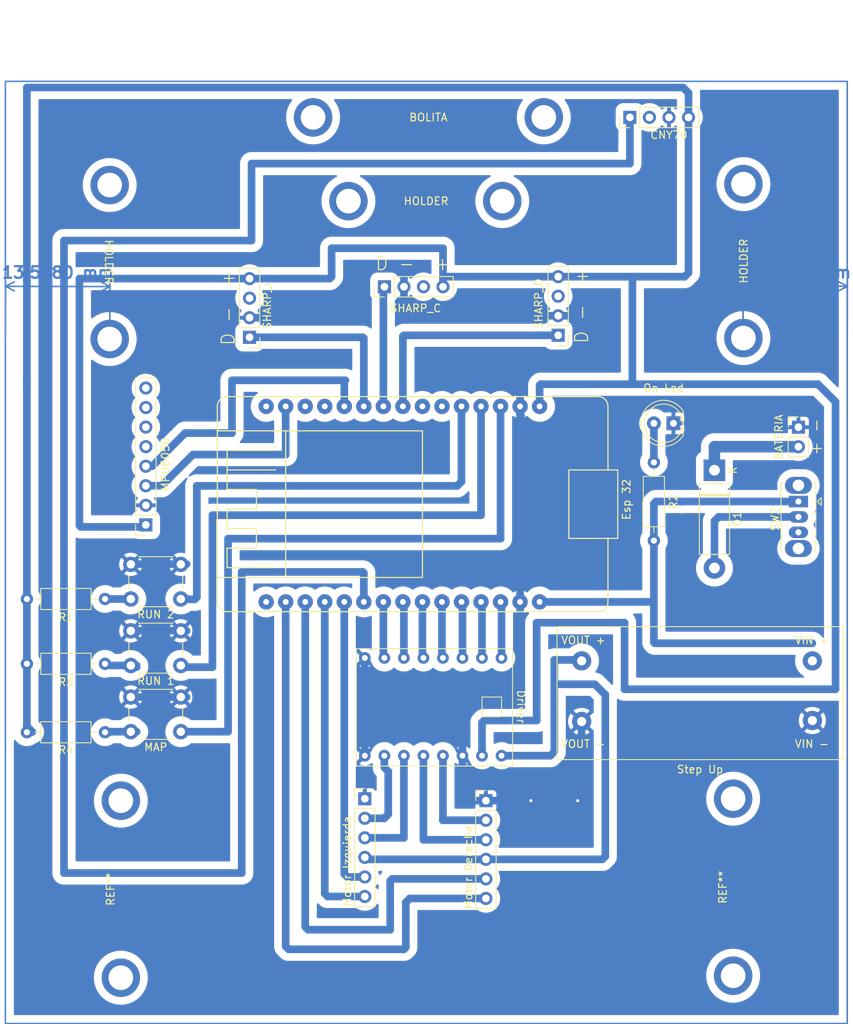
<source format=kicad_pcb>
(kicad_pcb (version 20211014) (generator pcbnew)
  (layers (0 "F.Cu" signal) (31 "B.Cu" signal) (34 "B.Paste" user) (35 "F.Paste" user) (36 "B.SilkS" user "B.Silkscreen") (37 "F.SilkS" user "F.Silkscreen") (38 "B.Mask" user) (39 "F.Mask" user) (44 "Edge.Cuts" user))
  (net 0 "")
  (net 5 "Net-(D1-Pad1)")
  (net 6 "Net-(D1-Pad2)")
  (net 7 "GND")
  (net 8 "Net-(D4-Pad2)")
  (net 9 "/Out_a_d")
  (net 10 "/Out_b_d")
  (net 11 "/VOUT")
  (net 12 "/MD_1")
  (net 13 "/MD_2")
  (net 14 "/Out_a_i")
  (net 15 "/Out_b_i")
  (net 16 "/MI_1")
  (net 17 "/MI_2")
  (net 18 "/SHARP_D")
  (net 20 "/3,3v")
  (net 21 "/SHARP_I")
  (net 23 "/CNY70")
  (net 25 "/SHARP_A")
  (net 27 "/SCL")
  (net 28 "/SDA")
  (net 33 "/BTN_MAP")
  (net 34 "/BTN_RUN_2")
  (net 35 "/BTN_RUN_1")
  (net 36 "/Vin")
  (net 38 "/PWMB")
  (net 39 "/BIN2")
  (net 40 "/BIN1")
  (net 41 "/STBY")
  (net 42 "/AIN1")
  (net 43 "/AIN2")
  (net 44 "/PWMA")
  (footprint "propios:MT3608" (layer "F.Cu") (at 155.9245 97.536 -90)
    (fp_text reference "Step Up" (at 10.16 18.6055 unlocked) (layer "F.SilkS"))
    (fp_text value "Mt3608")
    (fp_text user "VIN +" (at -6.604 4.064 unlocked) (layer "F.SilkS"))
    (fp_text user "VOUT -" (at 6.858 33.782 unlocked) (layer "F.SilkS"))
    (fp_text user "VIN -" (at 6.858 4.064 unlocked) (layer "F.SilkS"))
    (fp_text user "VOUT +" (at -6.604 33.782 unlocked) (layer "F.SilkS"))
    (fp_rect (start -8.382 0) (end 8.89 37.211) (layer "F.SilkS") (width 0.12) (fill none))
    (pad "1" thru_hole circle (at -3.937085 4 270) (size 2.5 2.5) (drill 1.2) (layers *.Cu *.Mask) (net 36 "/Vin"))
    (pad "2" thru_hole circle (at -3.937085 34 270) (size 2.5 2.5) (drill 1.2) (layers *.Cu *.Mask) (net 11 "/VOUT"))
    (pad "3" thru_hole circle (at 3.81 4 270) (size 2.5 2.5) (drill 1.2) (layers *.Cu *.Mask) (net 7 "GND"))
    (pad "4" thru_hole circle (at 3.937085 34 270) (size 2.5 2.5) (drill 1.2) (layers *.Cu *.Mask) (net 7 "GND"))
  )
  (footprint "Connector_PinHeader_2.54mm:PinHeader_1x02_P2.54mm_Vertical" (layer "F.Cu") (at 150.114 63.241)
    (fp_text reference "BATERIA" (at -2.54 1.275 90) (layer "F.SilkS"))
    (fp_text value "Conn_01x02_Male")
    (fp_line (start -1.33 3.87) (end 1.33 3.87) (layer "F.SilkS") (width 0.12))
    (fp_line (start 1.33 1.27) (end 1.33 3.87) (layer "F.SilkS") (width 0.12))
    (fp_line (start -1.33 0) (end -1.33 -1.33) (layer "F.SilkS") (width 0.12))
    (fp_line (start -1.33 -1.33) (end 0 -1.33) (layer "F.SilkS") (width 0.12))
    (fp_line (start -1.33 1.27) (end 1.33 1.27) (layer "F.SilkS") (width 0.12))
    (fp_line (start -1.33 1.27) (end -1.33 3.87) (layer "F.SilkS") (width 0.12))
    (pad "1" thru_hole rect (at 0 0) (size 1.7 1.7) (drill 1) (layers *.Cu *.Mask) (net 7 "GND"))
    (pad "2" thru_hole oval (at 0 2.54) (size 1.7 1.7) (drill 1) (layers *.Cu *.Mask) (net 5 "Net-(D1-Pad1)"))
  )
  (footprint "propios:tb6612fng" (layer "F.Cu") (at 116.588 100.838 -90)
    (fp_text reference "Driver" (at -1.27 2.542 -90 unlocked) (layer "F.SilkS"))
    (fp_text value "tb6612fng")
    (fp_rect (start -2.54 5.08) (end 0 7.62) (layer "F.SilkS") (width 0.12) (fill none))
    (fp_rect (start -8.82 3.65) (end 6.42 23.97) (layer "F.SilkS") (width 0.12) (fill none))
    (pad "1" thru_hole circle (at -7.62 5.08 270) (size 1.524 1.524) (drill 0.762) (layers *.Cu *.Mask) (net 44 "/PWMA"))
    (pad "2" thru_hole circle (at -7.62 7.62 270) (size 1.524 1.524) (drill 0.762) (layers *.Cu *.Mask) (net 43 "/AIN2"))
    (pad "3" thru_hole circle (at -7.62 10.16 270) (size 1.524 1.524) (drill 0.762) (layers *.Cu *.Mask) (net 42 "/AIN1"))
    (pad "4" thru_hole circle (at -7.62 12.7 270) (size 1.524 1.524) (drill 0.762) (layers *.Cu *.Mask) (net 41 "/STBY"))
    (pad "5" thru_hole circle (at -7.62 15.24 270) (size 1.524 1.524) (drill 0.762) (layers *.Cu *.Mask) (net 40 "/BIN1"))
    (pad "6" thru_hole circle (at -7.62 17.78 270) (size 1.524 1.524) (drill 0.762) (layers *.Cu *.Mask) (net 39 "/BIN2"))
    (pad "7" thru_hole circle (at -7.62 20.32 270) (size 1.524 1.524) (drill 0.762) (layers *.Cu *.Mask) (net 38 "/PWMB"))
    (pad "8" thru_hole circle (at -7.62 22.86 270) (size 1.524 1.524) (drill 0.762) (layers *.Cu *.Mask) (net 7 "GND"))
    (pad "9" thru_hole circle (at 5.08 22.86 270) (size 1.524 1.524) (drill 0.762) (layers *.Cu *.Mask) (net 7 "GND"))
    (pad "10" thru_hole circle (at 5.08 20.32 270) (size 1.524 1.524) (drill 0.762) (layers *.Cu *.Mask) (net 14 "/Out_a_i"))
    (pad "11" thru_hole circle (at 5.08 17.78 270) (size 1.524 1.524) (drill 0.762) (layers *.Cu *.Mask) (net 15 "/Out_b_i"))
    (pad "12" thru_hole circle (at 5.08 15.24 270) (size 1.524 1.524) (drill 0.762) (layers *.Cu *.Mask) (net 10 "/Out_b_d"))
    (pad "13" thru_hole circle (at 5.08 12.7 270) (size 1.524 1.524) (drill 0.762) (layers *.Cu *.Mask) (net 9 "/Out_a_d"))
    (pad "14" thru_hole circle (at 5.08 10.16 270) (size 1.524 1.524) (drill 0.762) (layers *.Cu *.Mask) (net 7 "GND"))
    (pad "15" thru_hole circle (at 5.08 7.62 270) (size 1.524 1.524) (drill 0.762) (layers *.Cu *.Mask) (net 20 "/3,3v"))
    (pad "16" thru_hole circle (at 5.08 5.08 270) (size 1.524 1.524) (drill 0.762) (layers *.Cu *.Mask) (net 11 "/VOUT"))
  )
  (footprint "Connector_PinSocket_2.54mm:PinSocket_1x08_P2.54mm_Vertical" (layer "F.Cu") (at 65.253 75.931 180)
    (fp_text reference "MPU6050" (at -2.54 7.869 90) (layer "F.SilkS"))
    (fp_text value "Conn_01x08_Female")
    (fp_line (start -1.33 19.11) (end 1.33 19.11) (layer "F.SilkS") (width 0.12))
    (fp_line (start -1.33 1.27) (end 1.33 1.27) (layer "F.SilkS") (width 0.12))
    (fp_line (start 1.33 1.27) (end 1.33 19.11) (layer "F.SilkS") (width 0.12))
    (fp_line (start -1.33 1.27) (end -1.33 19.11) (layer "F.SilkS") (width 0.12))
    (fp_line (start 0 -1.33) (end 1.33 -1.33) (layer "F.SilkS") (width 0.12))
    (fp_line (start 1.33 -1.33) (end 1.33 0) (layer "F.SilkS") (width 0.12))
    (pad "1" thru_hole rect (at 0 0 180) (size 1.7 1.7) (drill 1) (layers *.Cu *.Mask) (net 20 "/3,3v"))
    (pad "2" thru_hole oval (at 0 2.54 180) (size 1.7 1.7) (drill 1) (layers *.Cu *.Mask) (net 7 "GND"))
    (pad "3" thru_hole oval (at 0 5.08 180) (size 1.7 1.7) (drill 1) (layers *.Cu *.Mask) (net 27 "/SCL"))
    (pad "4" thru_hole oval (at 0 7.62 180) (size 1.7 1.7) (drill 1) (layers *.Cu *.Mask) (net 28 "/SDA"))
    (pad "5" thru_hole oval (at 0 10.16 180) (size 1.7 1.7) (drill 1) (layers *.Cu *.Mask))
    (pad "6" thru_hole oval (at 0 12.7 180) (size 1.7 1.7) (drill 1) (layers *.Cu *.Mask))
    (pad "7" thru_hole oval (at 0 15.24 180) (size 1.7 1.7) (drill 1) (layers *.Cu *.Mask))
    (pad "8" thru_hole oval (at 0 17.78 180) (size 1.7 1.7) (drill 1) (layers *.Cu *.Mask))
  )
  (footprint "LED_THT:LED_D5.0mm" (layer "F.Cu") (at 133.858 62.738 180)
    (fp_text reference "On Led" (at 1.27 4.572) (layer "F.SilkS"))
    (fp_text value "LED")
    (fp_line (start -1.29 -1.545) (end -1.29 1.545) (layer "F.SilkS") (width 0.12))
    (fp_arc (start -1.29 -1.54483) (mid 2.072002 -2.880433) (end 4.26 0.000462) (layer "F.SilkS") (width 0.12))
    (fp_arc (start 4.26 -0.000462) (mid 2.072002 2.880433) (end -1.29 1.54483) (layer "F.SilkS") (width 0.12))
    (fp_circle (center 1.27 0) (end 3.77 0) (layer "F.SilkS") (width 0.12) (fill none))
    (pad "1" thru_hole rect (at 0 0 180) (size 1.8 1.8) (drill 0.9) (layers *.Cu *.Mask) (net 7 "GND"))
    (pad "2" thru_hole circle (at 2.54 0 180) (size 1.8 1.8) (drill 0.9) (layers *.Cu *.Mask) (net 8 "Net-(D4-Pad2)"))
  )
  (footprint "Button_Switch_THT:SW_PUSH_6mm" (layer "F.Cu") (at 69.798 94.198 180)
    (fp_text reference "RUN 1" (at 3.25 -2) (layer "F.SilkS"))
    (fp_text value "SW_Push")
    (fp_line (start 1 5.5) (end 5.5 5.5) (layer "F.SilkS") (width 0.12))
    (fp_line (start 5.5 -1) (end 1 -1) (layer "F.SilkS") (width 0.12))
    (fp_line (start 6.75 3) (end 6.75 1.5) (layer "F.SilkS") (width 0.12))
    (fp_line (start -0.25 1.5) (end -0.25 3) (layer "F.SilkS") (width 0.12))
    (pad "1" thru_hole circle (at 0 0 270) (size 2 2) (drill 1.1) (layers *.Cu *.Mask) (net 35 "/BTN_RUN_1"))
    (pad "1" thru_hole circle (at 6.5 0 270) (size 2 2) (drill 1.1) (layers *.Cu *.Mask) (net 35 "/BTN_RUN_1"))
    (pad "2" thru_hole circle (at 6.5 4.5 270) (size 2 2) (drill 1.1) (layers *.Cu *.Mask) (net 7 "GND"))
    (pad "2" thru_hole circle (at 0 4.5 270) (size 2 2) (drill 1.1) (layers *.Cu *.Mask) (net 7 "GND"))
  )
  (footprint "Button_Switch_THT:SW_Slide_1P2T_CK_OS102011MS2Q" (layer "F.Cu") (at 150.114 72.898 -90)
    (fp_text reference "SW2" (at 2.286 3.048 90) (layer "F.SilkS"))
    (fp_text value "SW_DPDT_x2")
    (fp_line (start 0 -2.46) (end 0.5 -2.96) (layer "F.SilkS") (width 0.12))
    (fp_line (start -2.41 -2.26) (end 6.41 -2.26) (layer "F.SilkS") (width 0.12))
    (fp_line (start 0.5 -2.96) (end -0.5 -2.96) (layer "F.SilkS") (width 0.12))
    (fp_line (start -2.41 -1.95) (end -2.41 -2.26) (layer "F.SilkS") (width 0.12))
    (fp_line (start 6.41 -2.26) (end 6.41 -1.95) (layer "F.SilkS") (width 0.12))
    (fp_line (start -2.41 2.26) (end -2.41 1.95) (layer "F.SilkS") (width 0.12))
    (fp_line (start 6.41 2.26) (end -2.41 2.26) (layer "F.SilkS") (width 0.12))
    (fp_line (start -0.5 -2.96) (end 0 -2.46) (layer "F.SilkS") (width 0.12))
    (fp_line (start 6.41 2.26) (end 6.41 1.95) (layer "F.SilkS") (width 0.12))
    (pad "" thru_hole oval (at 6.1 0 270) (size 2.2 3.5) (drill 1.5) (layers *.Cu *.Mask))
    (pad "" thru_hole oval (at -2.1 0 270) (size 2.2 3.5) (drill 1.5) (layers *.Cu *.Mask))
    (pad "1" thru_hole rect (at 0 0 270) (size 1.5 2.5) (drill 0.8) (layers *.Cu *.Mask) (net 36 "/Vin"))
    (pad "2" thru_hole oval (at 2 0 270) (size 1.5 2.5) (drill 0.8) (layers *.Cu *.Mask) (net 6 "Net-(D1-Pad2)"))
    (pad "3" thru_hole oval (at 4 0 270) (size 1.5 2.5) (drill 0.8) (layers *.Cu *.Mask))
  )
  (footprint "Resistor_THT:R_Axial_DIN0207_L6.3mm_D2.5mm_P10.16mm_Horizontal" (layer "F.Cu") (at 131.318 77.978 90)
    (fp_text reference "R2" (at 5.08 2.54 90) (layer "F.SilkS"))
    (fp_text value "R")
    (fp_line (start 1.81 1.37) (end 8.35 1.37) (layer "F.SilkS") (width 0.12))
    (fp_line (start 9.12 0) (end 8.35 0) (layer "F.SilkS") (width 0.12))
    (fp_line (start 8.35 1.37) (end 8.35 -1.37) (layer "F.SilkS") (width 0.12))
    (fp_line (start 1.04 0) (end 1.81 0) (layer "F.SilkS") (width 0.12))
    (fp_line (start 1.81 -1.37) (end 1.81 1.37) (layer "F.SilkS") (width 0.12))
    (fp_line (start 8.35 -1.37) (end 1.81 -1.37) (layer "F.SilkS") (width 0.12))
    (pad "1" thru_hole circle (at 0 0 90) (size 1.6 1.6) (drill 0.8) (layers *.Cu *.Mask) (net 36 "/Vin"))
    (pad "2" thru_hole oval (at 10.16 0 90) (size 1.6 1.6) (drill 0.8) (layers *.Cu *.Mask) (net 8 "Net-(D4-Pad2)"))
  )
  (footprint "propios:BolitaHolder" (layer "F.Cu") (at 102 8)
    (fp_text reference "BOLITA" (at 0 15 unlocked) (layer "F.SilkS"))
    (fp_text value "BolitaHolder")
    (pad "1" thru_hole circle (at -15 15) (size 5 5) (drill 3.2) (layers *.Cu *.Mask))
    (pad "2" thru_hole circle (at 15 15) (size 5 5) (drill 3.2) (layers *.Cu *.Mask))
  )
  (footprint "Connector_PinHeader_2.54mm:PinHeader_1x04_P2.54mm_Vertical" (layer "F.Cu") (at 78.74 51.562 180)
    (fp_text reference "SHARP_I" (at -2.286 4.064 90) (layer "F.SilkS"))
    (fp_text value "Conn_01x04_Male")
    (fp_line (start -1.33 1.27) (end 1.33 1.27) (layer "F.SilkS") (width 0.12))
    (fp_line (start -1.33 0) (end -1.33 -1.33) (layer "F.SilkS") (width 0.12))
    (fp_line (start -1.33 -1.33) (end 0 -1.33) (layer "F.SilkS") (width 0.12))
    (fp_line (start 1.33 1.27) (end 1.33 8.95) (layer "F.SilkS") (width 0.12))
    (fp_line (start -1.33 8.95) (end 1.33 8.95) (layer "F.SilkS") (width 0.12))
    (fp_line (start -1.33 1.27) (end -1.33 8.95) (layer "F.SilkS") (width 0.12))
    (pad "1" thru_hole rect (at 0 0 180) (size 1.7 1.7) (drill 1) (layers *.Cu *.Mask) (net 21 "/SHARP_I"))
    (pad "2" thru_hole oval (at 0 2.54 180) (size 1.7 1.7) (drill 1) (layers *.Cu *.Mask) (net 7 "GND"))
    (pad "3" thru_hole oval (at 0 5.08 180) (size 1.7 1.7) (drill 1) (layers *.Cu *.Mask))
    (pad "4" thru_hole oval (at 0 7.62 180) (size 1.7 1.7) (drill 1) (layers *.Cu *.Mask) (net 20 "/3,3v"))
  )
  (footprint "Connector_PinHeader_2.54mm:PinHeader_1x06_P2.54mm_Vertical" (layer "F.Cu") (at 93.726 111.506)
    (fp_text reference "Motor Izquierda" (at -2.286 8.128 90) (layer "F.SilkS"))
    (fp_text value "Conn_01x06_Male")
    (fp_line (start -1.33 1.27) (end -1.33 14.03) (layer "F.SilkS") (width 0.12))
    (fp_line (start -1.33 14.03) (end 1.33 14.03) (layer "F.SilkS") (width 0.12))
    (fp_line (start -1.33 1.27) (end 1.33 1.27) (layer "F.SilkS") (width 0.12))
    (fp_line (start -1.33 -1.33) (end 0 -1.33) (layer "F.SilkS") (width 0.12))
    (fp_line (start 1.33 1.27) (end 1.33 14.03) (layer "F.SilkS") (width 0.12))
    (fp_line (start -1.33 0) (end -1.33 -1.33) (layer "F.SilkS") (width 0.12))
    (pad "1" thru_hole rect (at 0 0) (size 1.7 1.7) (drill 1) (layers *.Cu *.Mask) (net 7 "GND"))
    (pad "2" thru_hole oval (at 0 2.54) (size 1.7 1.7) (drill 1) (layers *.Cu *.Mask) (net 14 "/Out_a_i"))
    (pad "3" thru_hole oval (at 0 5.08) (size 1.7 1.7) (drill 1) (layers *.Cu *.Mask) (net 15 "/Out_b_i"))
    (pad "4" thru_hole oval (at 0 7.62) (size 1.7 1.7) (drill 1) (layers *.Cu *.Mask) (net 11 "/VOUT"))
    (pad "5" thru_hole oval (at 0 10.16) (size 1.7 1.7) (drill 1) (layers *.Cu *.Mask) (net 16 "/MI_1"))
    (pad "6" thru_hole oval (at 0 12.7) (size 1.7 1.7) (drill 1) (layers *.Cu *.Mask) (net 17 "/MI_2"))
  )
  (footprint "Resistor_THT:R_Axial_DIN0207_L6.3mm_D2.5mm_P10.16mm_Horizontal" (layer "F.Cu") (at 59.944 93.98 180)
    (fp_text reference "R3" (at 5.08 -2.37) (layer "F.SilkS"))
    (fp_text value "R")
    (fp_line (start 8.35 -1.37) (end 1.81 -1.37) (layer "F.SilkS") (width 0.12))
    (fp_line (start 1.81 1.37) (end 8.35 1.37) (layer "F.SilkS") (width 0.12))
    (fp_line (start 1.04 0) (end 1.81 0) (layer "F.SilkS") (width 0.12))
    (fp_line (start 8.35 1.37) (end 8.35 -1.37) (layer "F.SilkS") (width 0.12))
    (fp_line (start 1.81 -1.37) (end 1.81 1.37) (layer "F.SilkS") (width 0.12))
    (fp_line (start 9.12 0) (end 8.35 0) (layer "F.SilkS") (width 0.12))
    (pad "1" thru_hole circle (at 0 0 180) (size 1.6 1.6) (drill 0.8) (layers *.Cu *.Mask) (net 35 "/BTN_RUN_1"))
    (pad "2" thru_hole oval (at 10.16 0 180) (size 1.6 1.6) (drill 0.8) (layers *.Cu *.Mask) (net 20 "/3,3v"))
  )
  (footprint "Connector_PinHeader_2.54mm:PinHeader_1x06_P2.54mm_Vertical" (layer "F.Cu") (at 109.474 111.76)
    (fp_text reference "Motor Derecha" (at -2.286 8.636 90) (layer "F.SilkS"))
    (fp_text value "Conn_01x06_Male")
    (fp_line (start 1.33 1.27) (end 1.33 14.03) (layer "F.SilkS") (width 0.12))
    (fp_line (start -1.33 0) (end -1.33 -1.33) (layer "F.SilkS") (width 0.12))
    (fp_line (start -1.33 14.03) (end 1.33 14.03) (layer "F.SilkS") (width 0.12))
    (fp_line (start -1.33 -1.33) (end 0 -1.33) (layer "F.SilkS") (width 0.12))
    (fp_line (start -1.33 1.27) (end -1.33 14.03) (layer "F.SilkS") (width 0.12))
    (fp_line (start -1.33 1.27) (end 1.33 1.27) (layer "F.SilkS") (width 0.12))
    (pad "1" thru_hole rect (at 0 0) (size 1.7 1.7) (drill 1) (layers *.Cu *.Mask) (net 7 "GND"))
    (pad "2" thru_hole oval (at 0 2.54) (size 1.7 1.7) (drill 1) (layers *.Cu *.Mask) (net 9 "/Out_a_d"))
    (pad "3" thru_hole oval (at 0 5.08) (size 1.7 1.7) (drill 1) (layers *.Cu *.Mask) (net 10 "/Out_b_d"))
    (pad "4" thru_hole oval (at 0 7.62) (size 1.7 1.7) (drill 1) (layers *.Cu *.Mask) (net 11 "/VOUT"))
    (pad "5" thru_hole oval (at 0 10.16) (size 1.7 1.7) (drill 1) (layers *.Cu *.Mask) (net 12 "/MD_1"))
    (pad "6" thru_hole oval (at 0 12.7) (size 1.7 1.7) (drill 1) (layers *.Cu *.Mask) (net 13 "/MD_2"))
  )
  (footprint "propios:SharpHolder" (layer "F.Cu") (at 70.55 41.79 -90)
    (fp_text reference "HOLDER" (at 0 10.098 -90 unlocked) (layer "F.SilkS"))
    (fp_text value "SharpHolder")
    (pad "1" thru_hole circle (at -10 10 270) (size 5 5) (drill 3.2) (layers *.Cu *.Mask))
    (pad "2" thru_hole circle (at 10 10 270) (size 5 5) (drill 3.2) (layers *.Cu *.Mask))
  )
  (footprint "Button_Switch_THT:SW_PUSH_6mm" (layer "F.Cu") (at 69.798 85.562 180)
    (fp_text reference "RUN 2" (at 3.25 -2) (layer "F.SilkS"))
    (fp_text value "SW_Push")
    (fp_line (start 1 5.5) (end 5.5 5.5) (layer "F.SilkS") (width 0.12))
    (fp_line (start 5.5 -1) (end 1 -1) (layer "F.SilkS") (width 0.12))
    (fp_line (start 6.75 3) (end 6.75 1.5) (layer "F.SilkS") (width 0.12))
    (fp_line (start -0.25 1.5) (end -0.25 3) (layer "F.SilkS") (width 0.12))
    (pad "1" thru_hole circle (at 6.5 0 270) (size 2 2) (drill 1.1) (layers *.Cu *.Mask) (net 34 "/BTN_RUN_2"))
    (pad "1" thru_hole circle (at 0 0 270) (size 2 2) (drill 1.1) (layers *.Cu *.Mask) (net 34 "/BTN_RUN_2"))
    (pad "2" thru_hole circle (at 0 4.5 270) (size 2 2) (drill 1.1) (layers *.Cu *.Mask) (net 7 "GND"))
    (pad "2" thru_hole circle (at 6.5 4.5 270) (size 2 2) (drill 1.1) (layers *.Cu *.Mask) (net 7 "GND"))
  )
  (footprint "DOIT_ESP32:DOIT_ESP32_Devkit_mirko" (layer "F.Cu") (at 125.349 59.2695 -90)
    (fp_text reference "Esp 32" (at 13.3745 -2.413 90) (layer "F.SilkS"))
    (fp_text value "ESP32-Devkit-V1")
    (fp_line (start 4.445 24.13) (end 23.495 24.13) (layer "F.SilkS") (width 0.15))
    (fp_line (start 12.065 -1.27) (end 18.415 -1.27) (layer "F.SilkS") (width 0.15))
    (fp_line (start 19.685 45.72) (end 19.685 48.26) (layer "F.SilkS") (width 0.15))
    (fp_line (start 18.415 0) (end 26.67 0) (layer "F.SilkS") (width 0.15))
    (fp_line (start 12.065 49.53) (end 12.065 46.99) (layer "F.SilkS") (width 0.15))
    (fp_line (start 9.525 49.53) (end 9.525 43.18) (layer "F.SilkS") (width 0.15))
    (fp_line (start 9.525 49.53) (end 12.065 49.53) (layer "F.SilkS") (width 0.15))
    (fp_line (start 9.525 0) (end 1.27 0) (layer "F.SilkS") (width 0.15))
    (fp_line (start 27.94 1.27) (end 27.94 49.53) (layer "F.SilkS") (width 0.15))
    (fp_line (start 23.495 41.91) (end 4.445 41.91) (layer "F.SilkS") (width 0.15))
    (fp_line (start 18.415 -1.27) (end 18.415 2.54) (layer "F.SilkS") (width 0.15))
    (fp_line (start 23.495 24.13) (end 23.495 50.8) (layer "F.SilkS") (width 0.15))
    (fp_line (start 1.27 50.8) (end 26.67 50.8) (layer "F.SilkS") (width 0.15))
    (fp_line (start 9.525 -1.27) (end 9.525 5.08) (layer "F.SilkS") (width 0.15))
    (fp_line (start 10.795 -1.27) (end 9.525 -1.27) (layer "F.SilkS") (width 0.15))
    (fp_line (start 12.065 46.99) (end 12.065 45.72) (layer "F.SilkS") (width 0.15))
    (fp_line (start 6.985 49.53) (end 9.525 49.53) (layer "F.SilkS") (width 0.15))
    (fp_line (start 12.065 -1.27) (end 10.795 -1.27) (layer "F.SilkS") (width 0.15))
    (fp_line (start 12.065 45.72) (end 14.605 45.72) (layer "F.SilkS") (width 0.15))
    (fp_line (start 9.525 5.08) (end 10.795 5.08) (layer "F.SilkS") (width 0.15))
    (fp_line (start 4.445 50.8) (end 4.445 24.13) (layer "F.SilkS") (width 0.15))
    (fp_line (start 18.415 3.81) (end 18.415 2.54) (layer "F.SilkS") (width 0.15))
    (fp_line (start 19.685 48.26) (end 19.685 49.53) (layer "F.SilkS") (width 0.15))
    (fp_line (start 18.415 3.81) (end 18.415 5.08) (layer "F.SilkS") (width 0.15))
    (fp_line (start 17.145 49.53) (end 17.145 45.72) (layer "F.SilkS") (width 0.15))
    (fp_line (start 22.225 49.53) (end 22.225 43.18) (layer "F.SilkS") (width 0.15))
    (fp_line (start 18.415 5.08) (end 10.795 5.08) (layer "F.SilkS") (width 0.15))
    (fp_line (start 6.985 43.18) (end 6.985 49.53) (layer "F.SilkS") (width 0.15))
    (fp_line (start 19.685 49.53) (end 22.225 49.53) (layer "F.SilkS") (width 0.15))
    (fp_line (start 14.605 45.72) (end 14.605 49.53) (layer "F.SilkS") (width 0.15))
    (fp_line (start 14.605 49.53) (end 17.145 49.53) (layer "F.SilkS") (width 0.15))
    (fp_line (start 17.145 45.72) (end 19.685 45.72) (layer "F.SilkS") (width 0.15))
    (fp_line (start 0 49.53) (end 0 1.27) (layer "F.SilkS") (width 0.15))
    (fp_arc (start 27.94 49.53) (mid 27.568026 50.428026) (end 26.67 50.8) (layer "F.SilkS") (width 0.15))
    (fp_arc (start 26.67 0) (mid 27.568026 0.371974) (end 27.94 1.27) (layer "F.SilkS") (width 0.15))
    (fp_arc (start 1.27 50.8) (mid 0.371974 50.428026) (end 0 49.53) (layer "F.SilkS") (width 0.15))
    (fp_arc (start 0 1.27) (mid 0.371974 0.371974) (end 1.27 0) (layer "F.SilkS") (width 0.15))
    (pad "1" thru_hole circle locked (at 26.67 8.89 270) (size 2 2) (drill 0.762) (layers *.Cu *.Mask) (net 36 "/Vin"))
    (pad "2" thru_hole circle locked (at 26.67 11.43 270) (size 2 2) (drill 0.762) (layers *.Cu *.Mask) (net 7 "GND"))
    (pad "3" thru_hole circle locked (at 26.67 13.97 270) (size 2 2) (drill 0.762) (layers *.Cu *.Mask) (net 44 "/PWMA"))
    (pad "4" thru_hole circle locked (at 26.67 16.51 270) (size 2 2) (drill 0.762) (layers *.Cu *.Mask) (net 43 "/AIN2"))
    (pad "5" thru_hole circle locked (at 26.67 19.05 270) (size 2 2) (drill 0.762) (layers *.Cu *.Mask) (net 42 "/AIN1"))
    (pad "6" thru_hole circle locked (at 26.67 21.59 270) (size 2 2) (drill 0.762) (layers *.Cu *.Mask) (net 41 "/STBY"))
    (pad "7" thru_hole circle locked (at 26.67 24.13 270) (size 2 2) (drill 0.762) (layers *.Cu *.Mask) (net 40 "/BIN1"))
    (pad "8" thru_hole circle locked (at 26.67 26.67 270) (size 2 2) (drill 0.762) (layers *.Cu *.Mask) (net 39 "/BIN2"))
    (pad "9" thru_hole circle locked (at 26.67 29.21 270) (size 2 2) (drill 0.762) (layers *.Cu *.Mask) (net 38 "/PWMB"))
    (pad "10" thru_hole circle locked (at 26.67 31.75 270) (size 2 2) (drill 0.762) (layers *.Cu *.Mask) (net 23 "/CNY70"))
    (pad "11" thru_hole circle locked (at 26.67 34.29 270) (size 2 2) (drill 0.762) (layers *.Cu *.Mask) (net 16 "/MI_1"))
    (pad "12" thru_hole circle locked (at 26.67 36.83 270) (size 2 2) (drill 0.762) (layers *.Cu *.Mask) (net 17 "/MI_2"))
    (pad "13" thru_hole circle locked (at 26.67 39.37 270) (size 2 2) (drill 0.762) (layers *.Cu *.Mask) (net 12 "/MD_1"))
    (pad "14" thru_hole circle locked (at 26.67 41.91 270) (size 2 2) (drill 0.762) (layers *.Cu *.Mask) (net 13 "/MD_2"))
    (pad "15" thru_hole circle locked (at 26.67 44.45 270) (size 2 2) (drill 0.762) (layers *.Cu *.Mask))
    (pad "16" thru_hole circle locked (at 1.27 44.45 270) (size 2 2) (drill 0.762) (layers *.Cu *.Mask))
    (pad "17" thru_hole circle locked (at 1.27 41.91 270) (size 2 2) (drill 0.762) (layers *.Cu *.Mask) (net 27 "/SCL"))
    (pad "18" thru_hole circle locked (at 1.27 39.37 270) (size 2 2) (drill 0.762) (layers *.Cu *.Mask))
    (pad "19" thru_hole circle locked (at 1.27 36.83 270) (size 2 2) (drill 0.762) (layers *.Cu *.Mask))
    (pad "20" thru_hole circle locked (at 1.27 34.29 270) (size 2 2) (drill 0.762) (layers *.Cu *.Mask) (net 28 "/SDA"))
    (pad "21" thru_hole circle locked (at 1.27 31.75 270) (size 2 2) (drill 0.762) (layers *.Cu *.Mask) (net 21 "/SHARP_I"))
    (pad "22" thru_hole circle locked (at 1.27 29.21 270) (size 2 2) (drill 0.762) (layers *.Cu *.Mask) (net 25 "/SHARP_A"))
    (pad "23" thru_hole circle locked (at 1.27 26.67 270) (size 2 2) (drill 0.762) (layers *.Cu *.Mask) (net 18 "/SHARP_D"))
    (pad "24" thru_hole circle locked (at 1.27 24.13 270) (size 2 2) (drill 0.762) (layers *.Cu *.Mask))
    (pad "25" thru_hole circle locked (at 1.27 21.59 270) (size 2 2) (drill 0.762) (layers *.Cu *.Mask))
    (pad "26" thru_hole circle locked (at 1.27 19.05 270) (size 2 2) (drill 0.762) (layers *.Cu *.Mask) (net 34 "/BTN_RUN_2"))
    (pad "27" thru_hole circle locked (at 1.27 16.51 270) (size 2 2) (drill 0.762) (layers *.Cu *.Mask) (net 35 "/BTN_RUN_1"))
    (pad "28" thru_hole circle locked (at 1.27 13.97 270) (size 2 2) (drill 0.762) (layers *.Cu *.Mask) (net 33 "/BTN_MAP"))
    (pad "29" thru_hole circle locked (at 1.27 11.43 270) (size 2 2) (drill 0.762) (layers *.Cu *.Mask) (net 7 "GND"))
    (pad "30" thru_hole circle locked (at 1.27 8.89 270) (size 2 2) (drill 0.762) (layers *.Cu *.Mask) (net 20 "/3,3v"))
  )
  (footprint "Connector_PinHeader_2.54mm:PinHeader_1x04_P2.54mm_Vertical" (layer "F.Cu") (at 118.872 51.308 180)
    (fp_text reference "SHARP_D" (at 2.54 4.064 90) (layer "F.SilkS"))
    (fp_text value "Conn_01x04_Male")
    (fp_line (start -1.33 -1.33) (end 0 -1.33) (layer "F.SilkS") (width 0.12))
    (fp_line (start -1.33 8.95) (end 1.33 8.95) (layer "F.SilkS") (width 0.12))
    (fp_line (start -1.33 1.27) (end 1.33 1.27) (layer "F.SilkS") (width 0.12))
    (fp_line (start -1.33 1.27) (end -1.33 8.95) (layer "F.SilkS") (width 0.12))
    (fp_line (start 1.33 1.27) (end 1.33 8.95) (layer "F.SilkS") (width 0.12))
    (fp_line (start -1.33 0) (end -1.33 -1.33) (layer "F.SilkS") (width 0.12))
    (pad "1" thru_hole rect (at 0 0 180) (size 1.7 1.7) (drill 1) (layers *.Cu *.Mask) (net 18 "/SHARP_D"))
    (pad "2" thru_hole oval (at 0 2.54 180) (size 1.7 1.7) (drill 1) (layers *.Cu *.Mask) (net 7 "GND"))
    (pad "3" thru_hole oval (at 0 5.08 180) (size 1.7 1.7) (drill 1) (layers *.Cu *.Mask))
    (pad "4" thru_hole oval (at 0 7.62 180) (size 1.7 1.7) (drill 1) (layers *.Cu *.Mask) (net 20 "/3,3v"))
  )
  (footprint "propios:MotorHolder" (layer "F.Cu") (at 50.5 123.26 90)
    (fp_text reference "REF**" (at 0 10.16 90 unlocked) (layer "F.SilkS"))
    (fp_text value "MotorHolder")
    (pad "1" thru_hole circle (at -11.5 11.5 90) (size 5 5) (drill 3.2) (layers *.Cu *.Mask))
    (pad "2" thru_hole circle (at 11.5 11.5 90) (size 5 5) (drill 3.2) (layers *.Cu *.Mask))
  )
  (footprint "propios:MotorHolder" (layer "F.Cu") (at 130.125 123 90)
    (fp_text reference "REF**" (at 0 10.16 90 unlocked) (layer "F.SilkS"))
    (fp_text value "MotorHolder")
    (pad "1" thru_hole circle (at -11.5 11.5 90) (size 5 5) (drill 3.2) (layers *.Cu *.Mask))
    (pad "2" thru_hole circle (at 11.5 11.5 90) (size 5 5) (drill 3.2) (layers *.Cu *.Mask))
  )
  (footprint "Button_Switch_THT:SW_PUSH_6mm" (layer "F.Cu") (at 69.798 102.798 180)
    (fp_text reference "MAP" (at 3.25 -2) (layer "F.SilkS"))
    (fp_text value "SW_Push")
    (fp_line (start 5.5 -1) (end 1 -1) (layer "F.SilkS") (width 0.12))
    (fp_line (start -0.25 1.5) (end -0.25 3) (layer "F.SilkS") (width 0.12))
    (fp_line (start 6.75 3) (end 6.75 1.5) (layer "F.SilkS") (width 0.12))
    (fp_line (start 1 5.5) (end 5.5 5.5) (layer "F.SilkS") (width 0.12))
    (pad "1" thru_hole circle (at 0 0 270) (size 2 2) (drill 1.1) (layers *.Cu *.Mask) (net 33 "/BTN_MAP"))
    (pad "1" thru_hole circle (at 6.5 0 270) (size 2 2) (drill 1.1) (layers *.Cu *.Mask) (net 33 "/BTN_MAP"))
    (pad "2" thru_hole circle (at 6.5 4.5 270) (size 2 2) (drill 1.1) (layers *.Cu *.Mask) (net 7 "GND"))
    (pad "2" thru_hole circle (at 0 4.5 270) (size 2 2) (drill 1.1) (layers *.Cu *.Mask) (net 7 "GND"))
  )
  (footprint "propios:SharpHolder" (layer "F.Cu") (at 132.96 41.67 90)
    (fp_text reference "HOLDER" (at 0.014 10.042 90 unlocked) (layer "F.SilkS"))
    (fp_text value "SharpHolder")
    (pad "1" thru_hole circle (at -10 10 90) (size 5 5) (drill 3.2) (layers *.Cu *.Mask))
    (pad "2" thru_hole circle (at 10 10 90) (size 5 5) (drill 3.2) (layers *.Cu *.Mask))
  )
  (footprint "Connector_PinHeader_2.54mm:PinHeader_1x04_P2.54mm_Vertical" (layer "F.Cu") (at 128.2 23 90)
    (fp_text reference "CNY70" (at -2.286 5.07 180) (layer "F.SilkS"))
    (fp_text value "Conn_01x04_Male")
    (fp_line (start -1.33 8.95) (end 1.33 8.95) (layer "F.SilkS") (width 0.12))
    (fp_line (start -1.33 1.27) (end -1.33 8.95) (layer "F.SilkS") (width 0.12))
    (fp_line (start -1.33 -1.33) (end 0 -1.33) (layer "F.SilkS") (width 0.12))
    (fp_line (start 1.33 1.27) (end 1.33 8.95) (layer "F.SilkS") (width 0.12))
    (fp_line (start -1.33 0) (end -1.33 -1.33) (layer "F.SilkS") (width 0.12))
    (fp_line (start -1.33 1.27) (end 1.33 1.27) (layer "F.SilkS") (width 0.12))
    (pad "1" thru_hole rect (at 0 0 90) (size 1.7 1.7) (drill 1) (layers *.Cu *.Mask) (net 23 "/CNY70"))
    (pad "2" thru_hole oval (at 0 2.54 90) (size 1.7 1.7) (drill 1) (layers *.Cu *.Mask))
    (pad "3" thru_hole oval (at 0 5.08 90) (size 1.7 1.7) (drill 1) (layers *.Cu *.Mask) (net 7 "GND"))
    (pad "4" thru_hole oval (at 0 7.62 90) (size 1.7 1.7) (drill 1) (layers *.Cu *.Mask) (net 20 "/3,3v"))
  )
  (footprint "Resistor_THT:R_Axial_DIN0207_L6.3mm_D2.5mm_P10.16mm_Horizontal" (layer "F.Cu") (at 59.944 85.562 180)
    (fp_text reference "R1" (at 5.08 -2.37) (layer "F.SilkS"))
    (fp_text value "R")
    (fp_line (start 9.12 0) (end 8.35 0) (layer "F.SilkS") (width 0.12))
    (fp_line (start 1.04 0) (end 1.81 0) (layer "F.SilkS") (width 0.12))
    (fp_line (start 8.35 -1.37) (end 1.81 -1.37) (layer "F.SilkS") (width 0.12))
    (fp_line (start 8.35 1.37) (end 8.35 -1.37) (layer "F.SilkS") (width 0.12))
    (fp_line (start 1.81 -1.37) (end 1.81 1.37) (layer "F.SilkS") (width 0.12))
    (fp_line (start 1.81 1.37) (end 8.35 1.37) (layer "F.SilkS") (width 0.12))
    (pad "1" thru_hole circle (at 0 0 180) (size 1.6 1.6) (drill 0.8) (layers *.Cu *.Mask) (net 34 "/BTN_RUN_2"))
    (pad "2" thru_hole oval (at 10.16 0 180) (size 1.6 1.6) (drill 0.8) (layers *.Cu *.Mask) (net 20 "/3,3v"))
  )
  (footprint "Connector_PinHeader_2.54mm:PinHeader_1x04_P2.54mm_Vertical" (layer "F.Cu") (at 96.276 45 90)
    (fp_text reference "SHARP_C" (at -2.794 4.054 180) (layer "F.SilkS"))
    (fp_text value "Conn_01x04_Male")
    (fp_line (start -1.33 1.27) (end 1.33 1.27) (layer "F.SilkS") (width 0.12))
    (fp_line (start 1.33 1.27) (end 1.33 8.95) (layer "F.SilkS") (width 0.12))
    (fp_line (start -1.33 -1.33) (end 0 -1.33) (layer "F.SilkS") (width 0.12))
    (fp_line (start -1.33 1.27) (end -1.33 8.95) (layer "F.SilkS") (width 0.12))
    (fp_line (start -1.33 0) (end -1.33 -1.33) (layer "F.SilkS") (width 0.12))
    (fp_line (start -1.33 8.95) (end 1.33 8.95) (layer "F.SilkS") (width 0.12))
    (pad "1" thru_hole rect (at 0 0 90) (size 1.7 1.7) (drill 1) (layers *.Cu *.Mask) (net 25 "/SHARP_A"))
    (pad "2" thru_hole oval (at 0 2.54 90) (size 1.7 1.7) (drill 1) (layers *.Cu *.Mask) (net 7 "GND"))
    (pad "3" thru_hole oval (at 0 5.08 90) (size 1.7 1.7) (drill 1) (layers *.Cu *.Mask))
    (pad "4" thru_hole oval (at 0 7.62 90) (size 1.7 1.7) (drill 1) (layers *.Cu *.Mask) (net 20 "/3,3v"))
  )
  (footprint "Diode_THT:D_5W_P12.70mm_Horizontal" (layer "F.Cu") (at 139.192 68.834 -90)
    (fp_text reference "D1" (at 6.35 -2.97 90) (layer "F.SilkS"))
    (fp_text value "DIODE")
    (fp_text user "K" (at 0 -2.4 90) (layer "F.SilkS"))
    (fp_line (start 1.78 -1.97) (end 1.78 1.97) (layer "F.SilkS") (width 0.12))
    (fp_line (start 1.64 0) (end 1.78 0) (layer "F.SilkS") (width 0.12))
    (fp_line (start 10.92 1.97) (end 10.92 -1.97) (layer "F.SilkS") (width 0.12))
    (fp_line (start 3.355 -1.97) (end 3.355 1.97) (layer "F.SilkS") (width 0.12))
    (fp_line (start 10.92 -1.97) (end 1.78 -1.97) (layer "F.SilkS") (width 0.12))
    (fp_line (start 3.235 -1.97) (end 3.235 1.97) (layer "F.SilkS") (width 0.12))
    (fp_line (start 3.115 -1.97) (end 3.115 1.97) (layer "F.SilkS") (width 0.12))
    (fp_line (start 11.06 0) (end 10.92 0) (layer "F.SilkS") (width 0.12))
    (fp_line (start 1.78 1.97) (end 10.92 1.97) (layer "F.SilkS") (width 0.12))
    (pad "1" thru_hole rect (at 0 0 270) (size 2.8 2.8) (drill 1.4) (layers *.Cu *.Mask) (net 5 "Net-(D1-Pad1)"))
    (pad "2" thru_hole oval (at 12.7 0 270) (size 2.8 2.8) (drill 1.4) (layers *.Cu *.Mask) (net 6 "Net-(D1-Pad2)"))
  )
  (footprint "propios:SharpHolder" (layer "F.Cu") (at 101.6 23.875)
    (fp_text reference "HOLDER" (at 0.1 10.005 unlocked) (layer "F.SilkS"))
    (fp_text value "SharpHolder")
    (pad "1" thru_hole circle (at -10 10) (size 5 5) (drill 3.2) (layers *.Cu *.Mask))
    (pad "2" thru_hole circle (at 10 10) (size 5 5) (drill 3.2) (layers *.Cu *.Mask))
  )
  (footprint "Resistor_THT:R_Axial_DIN0207_L6.3mm_D2.5mm_P10.16mm_Horizontal" (layer "F.Cu") (at 49.784 102.87)
    (fp_text reference "R4" (at 5.08 2.286) (layer "F.SilkS"))
    (fp_text value "R")
    (fp_line (start 1.81 -1.37) (end 1.81 1.37) (layer "F.SilkS") (width 0.12))
    (fp_line (start 9.12 0) (end 8.35 0) (layer "F.SilkS") (width 0.12))
    (fp_line (start 1.81 1.37) (end 8.35 1.37) (layer "F.SilkS") (width 0.12))
    (fp_line (start 8.35 1.37) (end 8.35 -1.37) (layer "F.SilkS") (width 0.12))
    (fp_line (start 1.04 0) (end 1.81 0) (layer "F.SilkS") (width 0.12))
    (fp_line (start 8.35 -1.37) (end 1.81 -1.37) (layer "F.SilkS") (width 0.12))
    (pad "1" thru_hole circle (at 0 0) (size 1.6 1.6) (drill 0.8) (layers *.Cu *.Mask) (net 20 "/3,3v"))
    (pad "2" thru_hole oval (at 10.16 0) (size 1.6 1.6) (drill 0.8) (layers *.Cu *.Mask) (net 33 "/BTN_MAP"))
  )
  (gr_rect (start 46.99 18.32) (end 156.464 140.716) (layer "B.Cu") (width 0.2) (fill none))
  (gr_text "D -  +" (at 75.946 47.752 90) (layer "F.SilkS") (effects (font (size 1.7 1.7))))
  (gr_text "D -  +" (at 121.92 47.498 90) (layer "F.SilkS") (effects (font (size 1.7 1.7))))
  (gr_text "D -  +" (at 100 42) (layer "F.SilkS") (effects (font (size 1.7 1.7))))
  (gr_text "+ -\n" (at 152.4 64.516 90) (layer "F.SilkS") (effects (font (size 1.5 1.5))))
  (dimension (type aligned) (layer "B.Cu") (pts (xy 60.565017 51.746) (xy 47.007017 51.72)) (height 6.770012) (gr_text "13,5580 mm" (at 53.802452 43.163003 -0.1098752354) (layer "B.Cu") (effects (font (size 1.5 1.5) (thickness 0.3)))) (format (units 3) (units_format 1) (precision 4)) (style (thickness 0.2) (arrow_length 1.27) (text_position_mode 0) (extension_height 0.58642) (extension_offset 0.5) keep_text_aligned))
  (dimension (type aligned) (layer "B.Cu") (pts (xy 156.467017 51.71) (xy 142.909017 51.684)) (height 6.770012) (gr_text "13,5580 mm" (at 149.704452 43.127003 -0.1098752354) (layer "B.Cu") (effects (font (size 1.5 1.5) (thickness 0.3)))) (format (units 3) (units_format 1) (precision 4)) (style (thickness 0.2) (arrow_length 1.27) (text_position_mode 0) (extension_height 0.58642) (extension_offset 0.5) keep_text_aligned))
  (segment (start 139.197 65.781) (end 139.192 65.786) (width 1.5) (layer "B.Cu") (net 5))
  (segment (start 150.114 65.781) (end 139.197 65.781) (width 1.5) (layer "B.Cu") (net 5))
  (segment (start 139.192 65.786) (end 139.192 68.834) (width 1.5) (layer "B.Cu") (net 5))
  (segment (start 139.192 75.438) (end 139.192 81.534) (width 1) (layer "B.Cu") (net 6))
  (segment (start 139.732 74.898) (end 139.192 75.438) (width 1) (layer "B.Cu") (net 6))
  (segment (start 150.114 74.898) (end 139.732 74.898) (width 1) (layer "B.Cu") (net 6))
  (segment (start 115.316 111.76) (end 121.412 111.76) (width 1) (layer "F.Cu") (net 7))
  (via (at 121.412 111.76) (size 0.8) (drill 0.4) (layers "F.Cu" "B.Cu") (net 7))
  (via (at 115.316 111.76) (size 0.8) (drill 0.4) (layers "F.Cu" "B.Cu") (net 7))
  (segment (start 92.456 48.768) (end 92.456 42) (width 1) (layer "B.Cu") (net 7))
  (segment (start 123.444 54.102) (end 123.444 48.768) (width 1) (layer "B.Cu") (net 7))
  (segment (start 106.428 111.508) (end 106.428 105.918) (width 1) (layer "B.Cu") (net 7))
  (segment (start 106.428 98.046) (end 93.728 98.046) (width 1) (layer "B.Cu") (net 7))
  (segment (start 69.762 89.662) (end 63.334 89.662) (width 1) (layer "B.Cu") (net 7))
  (segment (start 64.096 89.662) (end 64.06 89.698) (width 1) (layer "B.Cu") (net 7))
  (segment (start 113.919 97.917) (end 113.919 88.265) (width 1) (layer "B.Cu") (net 7))
  (segment (start 98.724 42) (end 98.816 42.092) (width 1) (layer "B.Cu") (net 7))
  (segment (start 67.056 81.062) (end 67.02 81.026) (width 1) (layer "B.Cu") (net 7))
  (segment (start 98.816 42.092) (end 98.816 48.524) (width 1) (layer "B.Cu") (net 7))
  (segment (start 93.728 105.918) (end 93.728 98.046) (width 1) (layer "B.Cu") (net 7))
  (segment (start 67.092 98.298) (end 67.056 98.262) (width 1) (layer "B.Cu") (net 7))
  (segment (start 109.474 111.76) (end 106.68 111.76) (width 1) (layer "B.Cu") (net 7))
  (segment (start 109.474 111.76) (end 115.316 111.76) (width 1) (layer "B.Cu") (net 7))
  (segment (start 93.726 111.76) (end 93.728 111.758) (width 1) (layer "B.Cu") (net 7))
  (segment (start 92.456 42) (end 98.724 42) (width 1) (layer "B.Cu") (net 7))
  (segment (start 121.9245 111.2475) (end 121.9245 101.473085) (width 1) (layer "B.Cu") (net 7))
  (segment (start 64.06 89.698) (end 64.06 89.916) (width 1) (layer "B.Cu") (net 7))
  (segment (start 67.02 81.026) (end 64.06 81.026) (width 1) (layer "B.Cu") (net 7))
  (segment (start 114.046 61.722) (end 113.919 61.595) (width 1) (layer "B.Cu") (net 7))
  (segment (start 113.919 54.737) (end 114.3 54.356) (width 1) (layer "B.Cu") (net 7))
  (segment (start 106.428 98.046) (end 106.426 98.044) (width 1) (layer "B.Cu") (net 7))
  (segment (start 123.444 48.768) (end 118.872 48.768) (width 1) (layer "B.Cu") (net 7))
  (segment (start 113.792 98.044) (end 114.046 97.79) (width 1) (layer "B.Cu") (net 7))
  (segment (start 113.919 88.265) (end 113.919 85.9395) (width 1) (layer "B.Cu") (net 7))
  (segment (start 113.919 61.595) (end 113.919 54.737) (width 1) (layer "B.Cu") (net 7))
  (segment (start 121.412 111.76) (end 121.9245 111.2475) (width 1) (layer "B.Cu") (net 7))
  (segment (start 70.56 89.698) (end 70.524 89.662) (width 1) (layer "B.Cu") (net 7))
  (segment (start 106.428 105.918) (end 106.428 98.046) (width 1) (layer "B.Cu") (net 7))
  (segment (start 70.56 98.298) (end 67.092 98.298) (width 1) (layer "B.Cu") (net 7))
  (segment (start 93.728 98.046) (end 93.728 93.218) (width 1) (layer "B.Cu") (net 7))
  (segment (start 78.74 49.022) (end 92.202 49.022) (width 1) (layer "B.Cu") (net 7))
  (segment (start 106.426 98.044) (end 113.792 98.044) (width 1) (layer "B.Cu") (net 7))
  (segment (start 98.816 48.524) (end 99.06 48.768) (width 1) (layer "B.Cu") (net 7))
  (segment (start 114.046 98.044) (end 113.919 97.917) (width 1) (layer "B.Cu") (net 7))
  (segment (start 67.02 98.298) (end 67.056 98.262) (width 1) (layer "B.Cu") (net 7))
  (segment (start 70.56 81.026) (end 67.02 81.026) (width 1) (layer "B.Cu") (net 7))
  (segment (start 106.68 111.76) (end 106.428 111.508) (width 1) (layer "B.Cu") (net 7))
  (segment (start 113.919 60.5395) (end 113.919 85.9395) (width 1) (layer "B.Cu") (net 7))
  (segment (start 92.202 49.022) (end 92.456 48.768) (width 1) (layer "B.Cu") (net 7))
  (segment (start 123.19 54.356) (end 123.444 54.102) (width 1) (layer "B.Cu") (net 7))
  (segment (start 64.06 98.298) (end 67.02 98.298) (width 1) (layer "B.Cu") (net 7))
  (segment (start 114.3 54.356) (end 123.19 54.356) (width 1) (layer "B.Cu") (net 7))
  (segment (start 99.06 48.768) (end 118.872 48.768) (width 1) (layer "B.Cu") (net 7))
  (segment (start 131.318 67.818) (end 131.318 62.738) (width 1) (layer "B.Cu") (net 8))
  (segment (start 103.888 114.298) (end 103.888 105.918) (width 1) (layer "B.Cu") (net 9))
  (segment (start 103.886 114.3) (end 103.888 114.298) (width 1) (layer "B.Cu") (net 9))
  (segment (start 109.474 114.3) (end 103.886 114.3) (width 1) (layer "B.Cu") (net 9))
  (segment (start 101.348 116.84) (end 101.348 105.918) (width 1) (layer "B.Cu") (net 10))
  (segment (start 109.474 116.84) (end 101.348 116.84) (width 1) (layer "B.Cu") (net 10))
  (segment (start 123.636 96.636) (end 125 98) (width 1) (layer "B.Cu") (net 11))
  (segment (start 118.364 93.472) (end 121.797585 93.472) (width 1) (layer "B.Cu") (net 11))
  (segment (start 109.474 119.38) (end 93.98 119.38) (width 1) (layer "B.Cu") (net 11))
  (segment (start 117.856 105.918) (end 111.508 105.918) (width 1) (layer "B.Cu") (net 11))
  (segment (start 121.797585 93.472) (end 121.9245 93.598915) (width 1) (layer "B.Cu") (net 11))
  (segment (start 118.364 96.636) (end 118.364 93.472) (width 1) (layer "B.Cu") (net 11))
  (segment (start 124.62 119.38) (end 109.474 119.38) (width 1) (layer "B.Cu") (net 11))
  (segment (start 118.364 96.636) (end 123.636 96.636) (width 1) (layer "B.Cu") (net 11))
  (segment (start 93.98 119.38) (end 93.726 119.126) (width 1) (layer "B.Cu") (net 11))
  (segment (start 118.364 105.41) (end 118.364 96.636) (width 1) (layer "B.Cu") (net 11))
  (segment (start 125 119) (end 124.62 119.38) (width 1) (layer "B.Cu") (net 11))
  (segment (start 118.364 105.41) (end 117.856 105.918) (width 1) (layer "B.Cu") (net 11))
  (segment (start 125 98) (end 125 119) (width 1) (layer "B.Cu") (net 11))
  (segment (start 109.474 121.92) (end 97.282 121.92) (width 1) (layer "B.Cu") (net 12))
  (segment (start 86.36 128.524) (end 85.979 128.143) (width 1) (layer "B.Cu") (net 12))
  (segment (start 85.979 128.143) (end 85.979 85.9395) (width 1) (layer "B.Cu") (net 12))
  (segment (start 97.028 128.524) (end 86.36 128.524) (width 1) (layer "B.Cu") (net 12))
  (segment (start 97.028 122.174) (end 97.028 128.524) (width 1) (layer "B.Cu") (net 12))
  (segment (start 97.282 121.92) (end 97.028 122.174) (width 1) (layer "B.Cu") (net 12))
  (segment (start 83.439 130.683) (end 83.439 85.9395) (width 1) (layer "B.Cu") (net 13))
  (segment (start 99.06 130.81) (end 98.806 131.064) (width 1) (layer "B.Cu") (net 13))
  (segment (start 109.474 124.46) (end 99.568 124.46) (width 1) (layer "B.Cu") (net 13))
  (segment (start 99.06 124.968) (end 99.06 130.81) (width 1) (layer "B.Cu") (net 13))
  (segment (start 98.806 131.064) (end 83.82 131.064) (width 1) (layer "B.Cu") (net 13))
  (segment (start 83.82 131.064) (end 83.439 130.683) (width 1) (layer "B.Cu") (net 13))
  (segment (start 99.568 124.46) (end 99.06 124.968) (width 1) (layer "B.Cu") (net 13))
  (segment (start 96.774 113.538) (end 96.774 107.95) (width 1) (layer "B.Cu") (net 14))
  (segment (start 96.266 105.92) (end 96.268 105.918) (width 1) (layer "B.Cu") (net 14))
  (segment (start 93.726 114.046) (end 96.266 114.046) (width 1) (layer "B.Cu") (net 14))
  (segment (start 96.774 107.95) (end 96.266 107.442) (width 1) (layer "B.Cu") (net 14))
  (segment (start 96.266 107.442) (end 96.266 105.92) (width 1) (layer "B.Cu") (net 14))
  (segment (start 96.266 114.046) (end 96.774 113.538) (width 1) (layer "B.Cu") (net 14))
  (segment (start 98.808 116.584) (end 98.806 116.586) (width 1) (layer "B.Cu") (net 15))
  (segment (start 98.808 105.918) (end 98.808 116.584) (width 1) (layer "B.Cu") (net 15))
  (segment (start 98.806 116.586) (end 93.726 116.586) (width 1) (layer "B.Cu") (net 15))
  (segment (start 93.726 121.666) (end 91.44 121.666) (width 1) (layer "B.Cu") (net 16))
  (segment (start 91.059 121.285) (end 91.059 85.9395) (width 1) (layer "B.Cu") (net 16))
  (segment (start 91.44 121.666) (end 91.059 121.285) (width 1) (layer "B.Cu") (net 16))
  (segment (start 88.519 123.825) (end 88.519 85.9395) (width 1) (layer "B.Cu") (net 17))
  (segment (start 88.9 124.206) (end 88.519 123.825) (width 1) (layer "B.Cu") (net 17))
  (segment (start 93.726 124.206) (end 88.9 124.206) (width 1) (layer "B.Cu") (net 17))
  (segment (start 118.872 51.308) (end 98.806 51.308) (width 1) (layer "B.Cu") (net 18))
  (segment (start 98.806 51.308) (end 98.679 51.435) (width 1) (layer "B.Cu") (net 18))
  (segment (start 98.679 51.435) (end 98.679 60.5395) (width 1) (layer "B.Cu") (net 18))
  (segment (start 103.896 43.678) (end 103.896 40) (width 1) (layer "B.Cu") (net 20))
  (segment (start 89.408 43.688) (end 89.154 43.942) (width 1) (layer "B.Cu") (net 20))
  (segment (start 128.524 43.942) (end 128.524 57.404) (width 1) (layer "B.Cu") (net 20))
  (segment (start 108.968 101.602) (end 108.968 105.918) (width 1) (layer "B.Cu") (net 20))
  (segment (start 128.524 43.688) (end 128.651 43.815) (width 1) (layer "B.Cu") (net 20))
  (segment (start 49.784 57.912) (end 49.784 19.12) (width 1) (layer "B.Cu") (net 20))
  (segment (start 103.886 43.688) (end 103.896 43.678) (width 1) (layer "B.Cu") (net 20))
  (segment (start 103.896 40) (end 89.408 40) (width 1) (layer "B.Cu") (net 20))
  (segment (start 128.778 43.688) (end 135.312 43.688) (width 1) (layer "B.Cu") (net 20))
  (segment (start 152.654 57.658) (end 154.94 59.944) (width 1) (layer "B.Cu") (net 20))
  (segment (start 154.94 59.944) (end 154.94 97.282) (width 1) (layer "B.Cu") (net 20))
  (segment (start 118.872 43.688) (end 128.524 43.688) (width 1) (layer "B.Cu") (net 20))
  (segment (start 56.62 76.01) (end 56.62 43.942) (width 1) (layer "B.Cu") (net 20))
  (segment (start 128.651 43.815) (end 128.524 43.942) (width 1) (layer "B.Cu") (net 20))
  (segment (start 116.078 101.346) (end 109.22 101.346) (width 1) (layer "B.Cu") (net 20))
  (segment (start 135.82 19.82) (end 135.82 23) (width 1) (layer "B.Cu") (net 20))
  (segment (start 128.016 57.658) (end 152.654 57.658) (width 1) (layer "B.Cu") (net 20))
  (segment (start 128.27 57.658) (end 116.586 57.658) (width 1) (layer "B.Cu") (net 20))
  (segment (start 118.872 43.688) (end 103.886 43.688) (width 1) (layer "B.Cu") (net 20))
  (segment (start 116.586 57.658) (end 116.459 57.785) (width 1) (layer "B.Cu") (net 20))
  (segment (start 109.22 101.346) (end 108.966 101.6) (width 1) (layer "B.Cu") (net 20))
  (segment (start 127.508 88.646) (end 116.078 88.646) (width 1) (layer "B.Cu") (net 20))
  (segment (start 49.784 19.12) (end 135.12 19.12) (width 1) (layer "B.Cu") (net 20))
  (segment (start 65.253 75.931) (end 64.989 76.195) (width 1) (layer "B.Cu") (net 20))
  (segment (start 116.459 57.785) (end 116.459 60.5395) (width 1) (layer "B.Cu") (net 20))
  (segment (start 116.078 88.646) (end 116.078 101.346) (width 1) (layer "B.Cu") (net 20))
  (segment (start 108.966 101.6) (end 108.968 101.602) (width 1) (layer "B.Cu") (net 20))
  (segment (start 56.805 76.195) (end 56.62 76.01) (width 1) (layer "B.Cu") (net 20))
  (segment (start 128.651 43.815) (end 128.778 43.688) (width 1) (layer "B.Cu") (net 20))
  (segment (start 135.12 19.12) (end 135.82 19.82) (width 1) (layer "B.Cu") (net 20))
  (segment (start 128.524 57.404) (end 128.27 57.658) (width 1) (layer "B.Cu") (net 20))
  (segment (start 56.62 43.942) (end 78.74 43.942) (width 1) (layer "B.Cu") (net 20))
  (segment (start 64.989 76.195) (end 56.805 76.195) (width 1) (layer "B.Cu") (net 20))
  (segment (start 49.784 102.108) (end 49.784 57.15) (width 1) (layer "B.Cu") (net 20))
  (segment (start 50.51 102.834) (end 49.784 102.108) (width 1) (layer "B.Cu") (net 20))
  (segment (start 135.82 43.18) (end 135.82 23) (width 1) (layer "B.Cu") (net 20))
  (segment (start 127.508 97.282) (end 127.508 88.646) (width 1) (layer "B.Cu") (net 20))
  (segment (start 154.94 97.282) (end 127.508 97.282) (width 1) (layer "B.Cu") (net 20))
  (segment (start 135.312 43.688) (end 135.82 43.18) (width 1) (layer "B.Cu") (net 20))
  (segment (start 103.896 45) (end 103.896 43.678) (width 1) (layer "B.Cu") (net 20))
  (segment (start 89.408 40) (end 89.408 43.688) (width 1) (layer "B.Cu") (net 20))
  (segment (start 89.154 43.942) (end 78.74 43.942) (width 1) (layer "B.Cu") (net 20))
  (segment (start 93.599 60.5395) (end 93.599 51.689) (width 1) (layer "B.Cu") (net 21))
  (segment (start 93.472 51.562) (end 78.74 51.562) (width 1) (layer "B.Cu") (net 21))
  (segment (start 93.599 51.689) (end 93.472 51.562) (width 1) (layer "B.Cu") (net 21))
  (segment (start 77.724 82.042) (end 93.472 82.042) (width 1) (layer "B.Cu") (net 23))
  (segment (start 77.724 121.158) (end 77.724 82.042) (width 1) (layer "B.Cu") (net 23))
  (segment (start 128.2 23) (end 128.2 29) (width 1) (layer "B.Cu") (net 23))
  (segment (start 79 29) (end 79 39) (width 1) (layer "B.Cu") (net 23))
  (segment (start 79 39) (end 54.61 39) (width 1) (layer "B.Cu") (net 23))
  (segment (start 54.61 121.158) (end 77.724 121.158) (width 1) (layer "B.Cu") (net 23))
  (segment (start 128.2 29) (end 79 29) (width 1) (layer "B.Cu") (net 23))
  (segment (start 54.61 39) (end 54.61 121.158) (width 1) (layer "B.Cu") (net 23))
  (segment (start 93.472 82.042) (end 93.599 82.169) (width 1) (layer "B.Cu") (net 23))
  (segment (start 93.599 82.169) (end 93.599 85.9395) (width 1) (layer "B.Cu") (net 23))
  (segment (start 96.139 45.137) (end 96.139 60.5395) (width 1) (layer "B.Cu") (net 25))
  (segment (start 96.276 45) (end 96.139 45.137) (width 1) (layer "B.Cu") (net 25))
  (segment (start 83.439 66.802) (end 83.439 60.5395) (width 1) (layer "B.Cu") (net 27))
  (segment (start 67.325 70.851) (end 71.374 66.802) (width 1) (layer "B.Cu") (net 27))
  (segment (start 71.374 66.802) (end 83.439 66.802) (width 1) (layer "B.Cu") (net 27))
  (segment (start 65.253 70.851) (end 67.325 70.851) (width 1) (layer "B.Cu") (net 27))
  (segment (start 91.059 57.277) (end 91.186 57.15) (width 1) (layer "B.Cu") (net 28))
  (segment (start 76.454 57.15) (end 76.454 64.008) (width 1) (layer "B.Cu") (net 28))
  (segment (start 67.564 66.826) (end 66.079 68.311) (width 1) (layer "B.Cu") (net 28))
  (segment (start 66.079 68.311) (end 65.253 68.311) (width 1) (layer "B.Cu") (net 28))
  (segment (start 76.454 64.008) (end 70.358 64.008) (width 1) (layer "B.Cu") (net 28))
  (segment (start 91.186 57.15) (end 76.454 57.15) (width 1) (layer "B.Cu") (net 28))
  (segment (start 67.564 66.802) (end 67.564 66.826) (width 1) (layer "B.Cu") (net 28))
  (segment (start 70.358 64.008) (end 67.564 66.802) (width 1) (layer "B.Cu") (net 28))
  (segment (start 91.059 60.5395) (end 91.059 57.277) (width 1) (layer "B.Cu") (net 28))
  (segment (start 64.06 102.798) (end 60.706 102.798) (width 1) (layer "B.Cu") (net 33))
  (segment (start 75.946 77.724) (end 111.379 77.724) (width 1) (layer "B.Cu") (net 33))
  (segment (start 111.379 77.724) (end 111.379 60.5395) (width 1) (layer "B.Cu") (net 33))
  (segment (start 70.56 102.798) (end 75.946 102.798) (width 1) (layer "B.Cu") (net 33))
  (segment (start 75.946 102.798) (end 75.946 77.724) (width 1) (layer "B.Cu") (net 33))
  (segment (start 60.706 102.798) (end 60.67 102.834) (width 1) (layer "B.Cu") (net 33))
  (segment (start 71.628 85.598) (end 71.882 85.344) (width 1) (layer "B.Cu") (net 34))
  (segment (start 70.56 85.526) (end 70.632 85.598) (width 1) (layer "B.Cu") (net 34))
  (segment (start 63.298 85.562) (end 59.944 85.562) (width 1) (layer "B.Cu") (net 34))
  (segment (start 105.744944 70.866) (end 106.299 70.311944) (width 1) (layer "B.Cu") (net 34))
  (segment (start 70.632 85.598) (end 71.628 85.598) (width 1) (layer "B.Cu") (net 34))
  (segment (start 106.299 70.311944) (end 106.299 60.5395) (width 1) (layer "B.Cu") (net 34))
  (segment (start 71.882 85.344) (end 71.882 70.866) (width 1) (layer "B.Cu") (net 34))
  (segment (start 71.882 70.866) (end 105.744944 70.866) (width 1) (layer "B.Cu") (net 34))
  (segment (start 73.914 94.416) (end 70.56 94.416) (width 1) (layer "B.Cu") (net 35))
  (segment (start 108.839 74.676) (end 73.914 74.676) (width 1) (layer "B.Cu") (net 35))
  (segment (start 73.914 74.676) (end 73.914 94.416) (width 1) (layer "B.Cu") (net 35))
  (segment (start 64.06 94.198) (end 60.67 94.198) (width 1) (layer "B.Cu") (net 35))
  (segment (start 63.842 94.198) (end 64.06 94.416) (width 1) (layer "B.Cu") (net 35))
  (segment (start 108.839 60.5395) (end 108.839 74.676) (width 1) (layer "B.Cu") (net 35))
  (segment (start 131.318 77.978) (end 131.318 73.152) (width 1) (layer "B.Cu") (net 36))
  (segment (start 130.9765 85.9395) (end 131.318 85.598) (width 1) (layer "B.Cu") (net 36))
  (segment (start 134.906 72.93) (end 134.874 72.898) (width 1) (layer "B.Cu") (net 36))
  (segment (start 131.318 85.598) (end 131.318 91.18583) (width 1) (layer "B.Cu") (net 36))
  (segment (start 131.572 72.898) (end 150.114 72.898) (width 1) (layer "B.Cu") (net 36))
  (segment (start 131.318 73.152) (end 131.572 72.898) (width 1) (layer "B.Cu") (net 36))
  (segment (start 116.459 85.9395) (end 130.9765 85.9395) (width 1) (layer "B.Cu") (net 36))
  (segment (start 131.318 77.978) (end 131.318 85.598) (width 1) (layer "B.Cu") (net 36))
  (segment (start 131.445085 91.312915) (end 151.9245 91.312915) (width 1) (layer "B.Cu") (net 36))
  (segment (start 131.318 91.18583) (end 131.445085 91.312915) (width 1) (layer "B.Cu") (net 36))
  (segment (start 96.139 85.9395) (end 96.139 93.089) (width 1) (layer "B.Cu") (net 38))
  (segment (start 96.139 93.089) (end 96.268 93.218) (width 1) (layer "B.Cu") (net 38))
  (segment (start 98.808 93.218) (end 98.808 86.0685) (width 1) (layer "B.Cu") (net 39))
  (segment (start 98.808 86.0685) (end 98.679 85.9395) (width 1) (layer "B.Cu") (net 39))
  (segment (start 101.219 85.9395) (end 101.219 93.089) (width 1) (layer "B.Cu") (net 40))
  (segment (start 101.219 93.089) (end 101.348 93.218) (width 1) (layer "B.Cu") (net 40))
  (segment (start 103.759 85.9395) (end 103.759 93.089) (width 1) (layer "B.Cu") (net 41))
  (segment (start 103.759 93.089) (end 103.888 93.218) (width 1) (layer "B.Cu") (net 41))
  (segment (start 106.428 86.0685) (end 106.299 85.9395) (width 1) (layer "B.Cu") (net 42))
  (segment (start 106.428 93.218) (end 106.428 86.0685) (width 1) (layer "B.Cu") (net 42))
  (segment (start 108.968 93.218) (end 108.968 86.0685) (width 1) (layer "B.Cu") (net 43))
  (segment (start 108.968 86.0685) (end 108.839 85.9395) (width 1) (layer "B.Cu") (net 43))
  (segment (start 111.508 93.218) (end 111.508 86.0685) (width 1) (layer "B.Cu") (net 44))
  (segment (start 111.508 86.0685) (end 111.379 85.9395) (width 1) (layer "B.Cu") (net 44))
  (zone (net 7) (net_name "GND") (layer "B.Cu") (connect_pads (clearance 1)) (min_thickness 0.254) (fill yes (thermal_gap 0.508) (thermal_bridge_width 0.508) (island_removal_mode 1) (island_area_min 0))
    (polygon (pts (xy 156.464 140.716) (xy 46.99 140.716) (xy 46.99 18.32) (xy 156.464 18.32)))
  )
)
</source>
